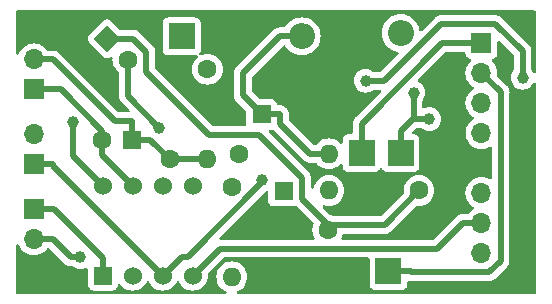
<source format=gbl>
G04 #@! TF.GenerationSoftware,KiCad,Pcbnew,7.0.10-7.0.10~ubuntu20.04.1*
G04 #@! TF.CreationDate,2024-06-13T14:37:24-03:00*
G04 #@! TF.ProjectId,Condicionamento_compacto_V01a,436f6e64-6963-4696-9f6e-616d656e746f,rev?*
G04 #@! TF.SameCoordinates,Original*
G04 #@! TF.FileFunction,Copper,L2,Bot*
G04 #@! TF.FilePolarity,Positive*
%FSLAX46Y46*%
G04 Gerber Fmt 4.6, Leading zero omitted, Abs format (unit mm)*
G04 Created by KiCad (PCBNEW 7.0.10-7.0.10~ubuntu20.04.1) date 2024-06-13 14:37:24*
%MOMM*%
%LPD*%
G01*
G04 APERTURE LIST*
G04 Aperture macros list*
%AMRotRect*
0 Rectangle, with rotation*
0 The origin of the aperture is its center*
0 $1 length*
0 $2 width*
0 $3 Rotation angle, in degrees counterclockwise*
0 Add horizontal line*
21,1,$1,$2,0,0,$3*%
G04 Aperture macros list end*
G04 #@! TA.AperFunction,ComponentPad*
%ADD10R,1.700000X1.700000*%
G04 #@! TD*
G04 #@! TA.AperFunction,ComponentPad*
%ADD11O,1.700000X1.700000*%
G04 #@! TD*
G04 #@! TA.AperFunction,ComponentPad*
%ADD12R,1.600000X1.600000*%
G04 #@! TD*
G04 #@! TA.AperFunction,ComponentPad*
%ADD13C,1.600000*%
G04 #@! TD*
G04 #@! TA.AperFunction,ComponentPad*
%ADD14O,1.600000X1.600000*%
G04 #@! TD*
G04 #@! TA.AperFunction,ComponentPad*
%ADD15R,1.524000X1.524000*%
G04 #@! TD*
G04 #@! TA.AperFunction,ComponentPad*
%ADD16C,1.524000*%
G04 #@! TD*
G04 #@! TA.AperFunction,ComponentPad*
%ADD17R,2.200000X2.200000*%
G04 #@! TD*
G04 #@! TA.AperFunction,ComponentPad*
%ADD18O,2.200000X2.200000*%
G04 #@! TD*
G04 #@! TA.AperFunction,ComponentPad*
%ADD19RotRect,1.600000X1.600000X315.000000*%
G04 #@! TD*
G04 #@! TA.AperFunction,ViaPad*
%ADD20C,1.000000*%
G04 #@! TD*
G04 #@! TA.AperFunction,Conductor*
%ADD21C,0.500000*%
G04 #@! TD*
G04 APERTURE END LIST*
D10*
X124100000Y-98625000D03*
D11*
X124100000Y-96085000D03*
D12*
X132400000Y-96550000D03*
D13*
X129900000Y-96550000D03*
X135600000Y-98200000D03*
D14*
X135600000Y-90580000D03*
D10*
X124100000Y-102450000D03*
D11*
X124100000Y-104990000D03*
X124100000Y-107530000D03*
D13*
X156710000Y-100850000D03*
D14*
X149090000Y-100850000D03*
D10*
X124105000Y-92300000D03*
D11*
X124105000Y-89760000D03*
X124105000Y-87220000D03*
D15*
X129945100Y-108060000D03*
D16*
X132485100Y-108060000D03*
X135025100Y-108060000D03*
X137565100Y-108060000D03*
X137565100Y-100440000D03*
X135025100Y-100440000D03*
X132485100Y-100440000D03*
X129945100Y-100440000D03*
D17*
X154130000Y-107650000D03*
D18*
X143970000Y-107650000D03*
D12*
X143400000Y-94400000D03*
D13*
X143400000Y-91900000D03*
D17*
X151850000Y-97680000D03*
D18*
X151850000Y-87520000D03*
D12*
X145250000Y-100900000D03*
D13*
X145250000Y-103400000D03*
D17*
X136620000Y-87800000D03*
D18*
X146780000Y-87800000D03*
D13*
X140855100Y-100540000D03*
D14*
X140855100Y-108160000D03*
D13*
X141450000Y-97750000D03*
D14*
X149070000Y-97750000D03*
D13*
X138800000Y-90590000D03*
D14*
X138800000Y-98210000D03*
D10*
X162000000Y-88360000D03*
D11*
X162000000Y-90900000D03*
X162000000Y-93440000D03*
X162000000Y-95980000D03*
X162000000Y-98520000D03*
X162000000Y-101060000D03*
X162000000Y-103600000D03*
X162000000Y-106140000D03*
D19*
X130300000Y-88000000D03*
D13*
X132067767Y-89767767D03*
D17*
X155150000Y-97680000D03*
D18*
X155150000Y-87520000D03*
D13*
X148990000Y-104200000D03*
D14*
X156610000Y-104200000D03*
D20*
X157680500Y-91248700D03*
X128044600Y-106513500D03*
X134741600Y-95525700D03*
X156249200Y-92562600D03*
X157571800Y-94806800D03*
X143447900Y-99928100D03*
X127406000Y-95072600D03*
X152207600Y-91562200D03*
X165481300Y-91300000D03*
D21*
X163622600Y-92522600D02*
X162000000Y-90900000D01*
X156081400Y-107749500D02*
X162678000Y-107749500D01*
X162678000Y-107749500D02*
X163622600Y-106804900D01*
X155981900Y-107650000D02*
X156081400Y-107749500D01*
X163622600Y-106804900D02*
X163622600Y-92522600D01*
X154130000Y-107650000D02*
X155981900Y-107650000D01*
X145294200Y-85948100D02*
X140351900Y-90890400D01*
X135600000Y-90580000D02*
X137151900Y-90580000D01*
X149413800Y-87785100D02*
X145298900Y-91900000D01*
X156610000Y-104200000D02*
X156610000Y-102648100D01*
X137151900Y-91142600D02*
X137151900Y-90580000D01*
X139436600Y-92179600D02*
X138188900Y-92179600D01*
X140351900Y-91264300D02*
X139436600Y-92179600D01*
X149678900Y-87520000D02*
X149413800Y-87785100D01*
X138188900Y-92179600D02*
X137151900Y-91142600D01*
X147576800Y-85948100D02*
X145294200Y-85948100D01*
X149413800Y-87785100D02*
X147576800Y-85948100D01*
X145298900Y-91900000D02*
X143400000Y-91900000D01*
X150924100Y-87520000D02*
X149678900Y-87520000D01*
X162000000Y-98520000D02*
X160398100Y-98520000D01*
X140351900Y-90890400D02*
X140351900Y-91264300D01*
X157172600Y-102648100D02*
X160398100Y-99422600D01*
X160398100Y-99422600D02*
X160398100Y-98520000D01*
X151850000Y-87520000D02*
X150924100Y-87520000D01*
X160398100Y-98520000D02*
X160398100Y-93966300D01*
X160398100Y-93966300D02*
X157680500Y-91248700D01*
X156610000Y-102648100D02*
X157172600Y-102648100D01*
X146816300Y-101585100D02*
X146816300Y-99785600D01*
X133635900Y-90849500D02*
X133635900Y-89122600D01*
X146816300Y-99785600D02*
X143165500Y-96134800D01*
X143165500Y-96134800D02*
X138921200Y-96134800D01*
X148990000Y-103758800D02*
X153801200Y-103758800D01*
X124100000Y-104990000D02*
X125701900Y-104990000D01*
X125701900Y-104990000D02*
X127225400Y-106513500D01*
X127225400Y-106513500D02*
X128044600Y-106513500D01*
X148990000Y-103758800D02*
X146816300Y-101585100D01*
X153801200Y-103758800D02*
X156710000Y-100850000D01*
X138921200Y-96134800D02*
X133635900Y-90849500D01*
X132513300Y-88000000D02*
X130300000Y-88000000D01*
X133635900Y-89122600D02*
X132513300Y-88000000D01*
X148990000Y-104200000D02*
X148990000Y-103758800D01*
X124100000Y-102450000D02*
X125849000Y-102450000D01*
X132067800Y-89767800D02*
X132067800Y-92851900D01*
X125849000Y-102450000D02*
X129945100Y-106546100D01*
X132067800Y-92851900D02*
X134741600Y-95525700D01*
X129945100Y-108060000D02*
X129945100Y-106546100D01*
X130945000Y-94998100D02*
X132400000Y-94998100D01*
X133951900Y-96551900D02*
X133951900Y-96550000D01*
X132400000Y-96550000D02*
X132400000Y-94998100D01*
X137248100Y-98210000D02*
X137238100Y-98200000D01*
X135600000Y-98200000D02*
X133951900Y-96551900D01*
X124105000Y-89760000D02*
X125706900Y-89760000D01*
X137238100Y-98200000D02*
X135600000Y-98200000D01*
X125706900Y-89760000D02*
X130945000Y-94998100D01*
X138800000Y-98210000D02*
X137248100Y-98210000D01*
X132400000Y-96550000D02*
X133951900Y-96550000D01*
X129900000Y-95795800D02*
X129900000Y-96550000D01*
X124105000Y-92300000D02*
X125706900Y-92300000D01*
X125706900Y-92300000D02*
X126404200Y-92300000D01*
X132485100Y-100440000D02*
X129900000Y-97854900D01*
X129900000Y-97854900D02*
X129900000Y-96550000D01*
X126404200Y-92300000D02*
X129900000Y-95795800D01*
X141799100Y-90929000D02*
X144928100Y-87800000D01*
X144951900Y-95183800D02*
X144951900Y-94400000D01*
X143400000Y-94400000D02*
X144951900Y-94400000D01*
X143400000Y-94400000D02*
X141799100Y-92799100D01*
X151850000Y-95191300D02*
X151850000Y-97680000D01*
X149070000Y-97750000D02*
X147518100Y-97750000D01*
X162000000Y-88360000D02*
X160398100Y-88360000D01*
X141799100Y-92799100D02*
X141799100Y-90929000D01*
X160398100Y-88360000D02*
X158681300Y-88360000D01*
X158681300Y-88360000D02*
X151850000Y-95191300D01*
X147518100Y-97750000D02*
X144951900Y-95183800D01*
X146780000Y-87800000D02*
X144928100Y-87800000D01*
X156171300Y-94806800D02*
X156249200Y-94806800D01*
X156249200Y-94806800D02*
X157571800Y-94806800D01*
X155150000Y-97680000D02*
X155150000Y-95828100D01*
X156249200Y-94806800D02*
X156249200Y-92562600D01*
X155150000Y-95828100D02*
X156171300Y-94806800D01*
X125701900Y-98736800D02*
X125701900Y-98625000D01*
X124100000Y-98625000D02*
X125701900Y-98625000D01*
X135025100Y-108060000D02*
X125701900Y-98736800D01*
X143447900Y-100146600D02*
X143447900Y-99928100D01*
X135025100Y-108060000D02*
X136616900Y-106468200D01*
X137126300Y-106468200D02*
X143447900Y-100146600D01*
X136616900Y-106468200D02*
X137126300Y-106468200D01*
X139854800Y-105770300D02*
X137565100Y-108060000D01*
X160398100Y-103600000D02*
X158227800Y-105770300D01*
X162000000Y-103600000D02*
X160398100Y-103600000D01*
X158227800Y-105770300D02*
X139854800Y-105770300D01*
X153782100Y-91562200D02*
X152207600Y-91562200D01*
X158586200Y-86758100D02*
X153782100Y-91562200D01*
X165481300Y-91300000D02*
X165481300Y-89070600D01*
X165481300Y-89070600D02*
X163168800Y-86758100D01*
X127406000Y-97900900D02*
X129945100Y-100440000D01*
X127406000Y-95072600D02*
X127406000Y-97900900D01*
X163168800Y-86758100D02*
X158586200Y-86758100D01*
G04 #@! TA.AperFunction,Conductor*
G36*
X163555702Y-88206816D02*
G01*
X163562180Y-88212848D01*
X164694481Y-89345149D01*
X164727966Y-89406472D01*
X164730800Y-89432830D01*
X164730800Y-90593021D01*
X164711115Y-90660060D01*
X164702653Y-90671686D01*
X164645391Y-90741460D01*
X164645386Y-90741467D01*
X164552488Y-90915266D01*
X164495275Y-91103870D01*
X164475959Y-91300000D01*
X164495275Y-91496129D01*
X164552488Y-91684733D01*
X164645386Y-91858532D01*
X164645390Y-91858539D01*
X164770416Y-92010883D01*
X164922760Y-92135909D01*
X164922767Y-92135913D01*
X165096566Y-92228811D01*
X165096569Y-92228811D01*
X165096573Y-92228814D01*
X165285168Y-92286024D01*
X165481300Y-92305341D01*
X165677432Y-92286024D01*
X165866027Y-92228814D01*
X166039838Y-92135910D01*
X166192183Y-92010883D01*
X166317210Y-91858538D01*
X166339553Y-91816738D01*
X166366142Y-91766994D01*
X166415104Y-91717150D01*
X166483242Y-91701689D01*
X166548921Y-91725521D01*
X166591290Y-91781078D01*
X166599500Y-91825447D01*
X166599500Y-109475500D01*
X166579815Y-109542539D01*
X166527011Y-109588294D01*
X166475500Y-109599500D01*
X141404656Y-109599500D01*
X141337617Y-109579815D01*
X141291862Y-109527011D01*
X141281918Y-109457853D01*
X141310943Y-109394297D01*
X141352251Y-109363118D01*
X141507834Y-109290568D01*
X141694239Y-109160047D01*
X141855147Y-108999139D01*
X141985668Y-108812734D01*
X142081839Y-108606496D01*
X142140735Y-108386692D01*
X142160568Y-108160000D01*
X142140735Y-107933308D01*
X142081839Y-107713504D01*
X141985668Y-107507266D01*
X141855147Y-107320861D01*
X141855145Y-107320858D01*
X141694241Y-107159954D01*
X141507834Y-107029432D01*
X141507832Y-107029431D01*
X141301597Y-106933261D01*
X141301588Y-106933258D01*
X141081797Y-106874366D01*
X141081793Y-106874365D01*
X141081792Y-106874365D01*
X141081791Y-106874364D01*
X141081786Y-106874364D01*
X140855102Y-106854532D01*
X140855098Y-106854532D01*
X140628413Y-106874364D01*
X140628402Y-106874366D01*
X140408611Y-106933258D01*
X140408602Y-106933261D01*
X140202367Y-107029431D01*
X140202365Y-107029432D01*
X140015958Y-107159954D01*
X139855054Y-107320858D01*
X139724532Y-107507265D01*
X139724531Y-107507267D01*
X139628361Y-107713502D01*
X139628358Y-107713511D01*
X139569466Y-107933302D01*
X139569464Y-107933313D01*
X139549632Y-108159998D01*
X139549632Y-108160001D01*
X139569464Y-108386686D01*
X139569466Y-108386697D01*
X139628358Y-108606488D01*
X139628361Y-108606497D01*
X139724531Y-108812732D01*
X139724532Y-108812734D01*
X139855054Y-108999141D01*
X140015958Y-109160045D01*
X140015961Y-109160047D01*
X140202366Y-109290568D01*
X140281187Y-109327323D01*
X140357949Y-109363118D01*
X140410388Y-109409291D01*
X140429540Y-109476484D01*
X140409324Y-109543365D01*
X140356159Y-109588700D01*
X140305544Y-109599500D01*
X122724500Y-109599500D01*
X122657461Y-109579815D01*
X122611706Y-109527011D01*
X122600500Y-109475500D01*
X122600500Y-105529196D01*
X122620185Y-105462157D01*
X122672989Y-105416402D01*
X122742147Y-105406458D01*
X122805703Y-105435483D01*
X122836882Y-105476791D01*
X122925965Y-105667830D01*
X122925967Y-105667834D01*
X123010937Y-105789183D01*
X123061505Y-105861401D01*
X123228599Y-106028495D01*
X123298510Y-106077447D01*
X123422165Y-106164032D01*
X123422167Y-106164033D01*
X123422170Y-106164035D01*
X123636337Y-106263903D01*
X123864592Y-106325063D01*
X124052918Y-106341539D01*
X124099999Y-106345659D01*
X124100000Y-106345659D01*
X124100001Y-106345659D01*
X124139234Y-106342226D01*
X124335408Y-106325063D01*
X124563663Y-106263903D01*
X124777830Y-106164035D01*
X124971401Y-106028495D01*
X125138495Y-105861401D01*
X125186127Y-105793376D01*
X125240704Y-105749751D01*
X125287701Y-105740500D01*
X125339670Y-105740500D01*
X125406709Y-105760185D01*
X125427351Y-105776819D01*
X126649667Y-106999134D01*
X126661448Y-107012766D01*
X126675790Y-107032030D01*
X126713743Y-107063876D01*
X126721719Y-107071186D01*
X126725619Y-107075087D01*
X126749944Y-107094321D01*
X126752740Y-107096599D01*
X126780462Y-107119860D01*
X126810186Y-107144802D01*
X126810194Y-107144806D01*
X126816224Y-107148773D01*
X126816190Y-107148823D01*
X126822537Y-107152866D01*
X126822569Y-107152816D01*
X126828721Y-107156610D01*
X126896694Y-107188306D01*
X126899910Y-107189862D01*
X126966967Y-107223540D01*
X126966976Y-107223542D01*
X126973755Y-107226010D01*
X126973734Y-107226067D01*
X126980851Y-107228540D01*
X126980870Y-107228484D01*
X126987724Y-107230755D01*
X126987725Y-107230755D01*
X126987727Y-107230756D01*
X127061248Y-107245936D01*
X127064609Y-107246681D01*
X127137679Y-107264000D01*
X127137685Y-107264000D01*
X127144852Y-107264838D01*
X127144845Y-107264897D01*
X127152346Y-107265663D01*
X127152352Y-107265604D01*
X127159541Y-107266233D01*
X127159543Y-107266232D01*
X127159544Y-107266233D01*
X127234511Y-107264052D01*
X127238117Y-107264000D01*
X127337622Y-107264000D01*
X127404661Y-107283685D01*
X127416287Y-107292147D01*
X127486060Y-107349409D01*
X127486067Y-107349413D01*
X127659866Y-107442311D01*
X127659869Y-107442311D01*
X127659873Y-107442314D01*
X127848468Y-107499524D01*
X128044600Y-107518841D01*
X128240732Y-107499524D01*
X128429327Y-107442314D01*
X128500147Y-107404459D01*
X128568549Y-107390218D01*
X128633793Y-107415218D01*
X128675164Y-107471522D01*
X128682600Y-107513818D01*
X128682600Y-108869870D01*
X128682601Y-108869876D01*
X128689008Y-108929483D01*
X128739302Y-109064328D01*
X128739306Y-109064335D01*
X128825552Y-109179544D01*
X128825555Y-109179547D01*
X128940764Y-109265793D01*
X128940771Y-109265797D01*
X129075617Y-109316091D01*
X129075616Y-109316091D01*
X129082544Y-109316835D01*
X129135227Y-109322500D01*
X130754972Y-109322499D01*
X130814583Y-109316091D01*
X130949431Y-109265796D01*
X131064646Y-109179546D01*
X131150896Y-109064331D01*
X131201191Y-108929483D01*
X131207600Y-108869873D01*
X131207599Y-108829920D01*
X131227282Y-108762884D01*
X131280085Y-108717128D01*
X131349243Y-108707183D01*
X131412800Y-108736206D01*
X131433173Y-108758796D01*
X131514274Y-108874620D01*
X131514275Y-108874621D01*
X131670478Y-109030824D01*
X131670484Y-109030829D01*
X131851433Y-109157531D01*
X131851435Y-109157532D01*
X131851438Y-109157534D01*
X132051650Y-109250894D01*
X132265032Y-109308070D01*
X132422223Y-109321822D01*
X132485098Y-109327323D01*
X132485100Y-109327323D01*
X132485102Y-109327323D01*
X132540251Y-109322498D01*
X132705168Y-109308070D01*
X132918550Y-109250894D01*
X133118762Y-109157534D01*
X133299720Y-109030826D01*
X133455926Y-108874620D01*
X133582634Y-108693662D01*
X133642718Y-108564811D01*
X133688890Y-108512371D01*
X133756083Y-108493219D01*
X133822965Y-108513435D01*
X133867482Y-108564811D01*
X133927564Y-108693658D01*
X133927568Y-108693666D01*
X134054270Y-108874615D01*
X134054275Y-108874621D01*
X134210478Y-109030824D01*
X134210484Y-109030829D01*
X134391433Y-109157531D01*
X134391435Y-109157532D01*
X134391438Y-109157534D01*
X134591650Y-109250894D01*
X134805032Y-109308070D01*
X134962223Y-109321822D01*
X135025098Y-109327323D01*
X135025100Y-109327323D01*
X135025102Y-109327323D01*
X135080251Y-109322498D01*
X135245168Y-109308070D01*
X135458550Y-109250894D01*
X135658762Y-109157534D01*
X135839720Y-109030826D01*
X135995926Y-108874620D01*
X136122634Y-108693662D01*
X136182718Y-108564811D01*
X136228890Y-108512371D01*
X136296083Y-108493219D01*
X136362965Y-108513435D01*
X136407482Y-108564811D01*
X136467564Y-108693658D01*
X136467568Y-108693666D01*
X136594270Y-108874615D01*
X136594275Y-108874621D01*
X136750478Y-109030824D01*
X136750484Y-109030829D01*
X136931433Y-109157531D01*
X136931435Y-109157532D01*
X136931438Y-109157534D01*
X137131650Y-109250894D01*
X137345032Y-109308070D01*
X137502223Y-109321822D01*
X137565098Y-109327323D01*
X137565100Y-109327323D01*
X137565102Y-109327323D01*
X137620251Y-109322498D01*
X137785168Y-109308070D01*
X137998550Y-109250894D01*
X138198762Y-109157534D01*
X138379720Y-109030826D01*
X138535926Y-108874620D01*
X138662634Y-108693662D01*
X138755994Y-108493450D01*
X138813170Y-108280068D01*
X138832423Y-108060000D01*
X138820893Y-107928213D01*
X138834659Y-107859715D01*
X138856737Y-107829729D01*
X140129349Y-106557119D01*
X140190672Y-106523634D01*
X140217030Y-106520800D01*
X152405500Y-106520800D01*
X152472539Y-106540485D01*
X152518294Y-106593289D01*
X152529500Y-106644800D01*
X152529500Y-108797870D01*
X152529501Y-108797876D01*
X152535908Y-108857483D01*
X152586202Y-108992328D01*
X152586206Y-108992335D01*
X152672452Y-109107544D01*
X152672455Y-109107547D01*
X152787664Y-109193793D01*
X152787671Y-109193797D01*
X152922517Y-109244091D01*
X152922516Y-109244091D01*
X152929444Y-109244835D01*
X152982127Y-109250500D01*
X155277872Y-109250499D01*
X155337483Y-109244091D01*
X155472331Y-109193796D01*
X155587546Y-109107546D01*
X155673796Y-108992331D01*
X155724091Y-108857483D01*
X155730500Y-108797873D01*
X155730499Y-108595594D01*
X155750183Y-108528556D01*
X155802987Y-108482801D01*
X155872145Y-108472857D01*
X155879536Y-108474149D01*
X155917262Y-108481939D01*
X155920609Y-108482681D01*
X155993679Y-108500000D01*
X155993685Y-108500000D01*
X156000852Y-108500838D01*
X156000845Y-108500897D01*
X156008346Y-108501663D01*
X156008352Y-108501604D01*
X156015541Y-108502233D01*
X156015543Y-108502232D01*
X156015544Y-108502233D01*
X156090511Y-108500052D01*
X156094117Y-108500000D01*
X162614295Y-108500000D01*
X162632265Y-108501309D01*
X162656023Y-108504789D01*
X162705369Y-108500471D01*
X162716176Y-108500000D01*
X162721704Y-108500000D01*
X162721709Y-108500000D01*
X162752556Y-108496393D01*
X162756030Y-108496039D01*
X162830797Y-108489499D01*
X162830805Y-108489496D01*
X162837866Y-108488039D01*
X162837878Y-108488098D01*
X162845243Y-108486465D01*
X162845229Y-108486406D01*
X162852249Y-108484741D01*
X162852255Y-108484741D01*
X162922779Y-108459072D01*
X162926117Y-108457912D01*
X162997334Y-108434314D01*
X162997342Y-108434308D01*
X163003882Y-108431260D01*
X163003908Y-108431316D01*
X163010690Y-108428032D01*
X163010663Y-108427978D01*
X163017113Y-108424738D01*
X163017117Y-108424737D01*
X163079837Y-108383484D01*
X163082732Y-108381640D01*
X163146656Y-108342212D01*
X163146662Y-108342205D01*
X163152325Y-108337729D01*
X163152362Y-108337777D01*
X163158204Y-108333018D01*
X163158164Y-108332971D01*
X163163686Y-108328335D01*
X163163696Y-108328330D01*
X163215187Y-108273751D01*
X163217632Y-108271234D01*
X164108242Y-107380624D01*
X164121857Y-107368858D01*
X164141130Y-107354510D01*
X164172983Y-107316548D01*
X164180271Y-107308594D01*
X164184190Y-107304677D01*
X164200384Y-107284196D01*
X164203411Y-107280367D01*
X164205694Y-107277564D01*
X164215681Y-107265663D01*
X164253902Y-107220114D01*
X164253903Y-107220111D01*
X164257872Y-107214079D01*
X164257923Y-107214112D01*
X164261969Y-107207760D01*
X164261917Y-107207728D01*
X164265705Y-107201583D01*
X164265711Y-107201577D01*
X164297429Y-107133555D01*
X164298969Y-107130376D01*
X164332640Y-107063333D01*
X164332643Y-107063317D01*
X164335110Y-107056544D01*
X164335168Y-107056565D01*
X164337643Y-107049446D01*
X164337585Y-107049427D01*
X164339855Y-107042577D01*
X164346010Y-107012766D01*
X164355031Y-106969071D01*
X164355786Y-106965667D01*
X164373100Y-106892621D01*
X164373100Y-106892619D01*
X164373101Y-106892615D01*
X164373939Y-106885448D01*
X164373997Y-106885454D01*
X164374764Y-106877956D01*
X164374704Y-106877951D01*
X164375333Y-106870760D01*
X164374851Y-106854206D01*
X164373152Y-106795789D01*
X164373100Y-106792183D01*
X164373100Y-92586305D01*
X164374409Y-92568335D01*
X164375249Y-92562600D01*
X164377889Y-92544577D01*
X164375555Y-92517903D01*
X164373572Y-92495230D01*
X164373100Y-92484422D01*
X164373100Y-92478896D01*
X164373100Y-92478891D01*
X164369501Y-92448109D01*
X164369136Y-92444529D01*
X164362599Y-92369801D01*
X164361139Y-92362729D01*
X164361197Y-92362716D01*
X164359565Y-92355357D01*
X164359506Y-92355372D01*
X164357841Y-92348351D01*
X164357841Y-92348345D01*
X164332169Y-92277812D01*
X164331021Y-92274509D01*
X164307414Y-92203266D01*
X164307410Y-92203259D01*
X164304360Y-92196718D01*
X164304415Y-92196691D01*
X164301133Y-92189913D01*
X164301080Y-92189940D01*
X164297835Y-92183480D01*
X164256625Y-92120823D01*
X164254686Y-92117781D01*
X164215312Y-92053945D01*
X164215311Y-92053944D01*
X164215310Y-92053942D01*
X164210834Y-92048282D01*
X164210881Y-92048244D01*
X164206119Y-92042399D01*
X164206074Y-92042438D01*
X164201431Y-92036905D01*
X164146873Y-91985432D01*
X164144286Y-91982919D01*
X163372869Y-91211502D01*
X163339384Y-91150179D01*
X163337022Y-91113013D01*
X163338518Y-91095923D01*
X163355659Y-90900000D01*
X163352882Y-90868265D01*
X163348192Y-90814649D01*
X163335063Y-90664592D01*
X163273903Y-90436337D01*
X163174035Y-90222171D01*
X163168498Y-90214264D01*
X163038496Y-90028600D01*
X163004349Y-89994453D01*
X162916567Y-89906671D01*
X162883084Y-89845351D01*
X162888068Y-89775659D01*
X162929939Y-89719725D01*
X162960915Y-89702810D01*
X163092331Y-89653796D01*
X163207546Y-89567546D01*
X163293796Y-89452331D01*
X163344091Y-89317483D01*
X163350500Y-89257873D01*
X163350499Y-88300528D01*
X163370183Y-88233490D01*
X163422987Y-88187735D01*
X163492146Y-88177791D01*
X163555702Y-88206816D01*
G37*
G04 #@! TD.AperFunction*
G04 #@! TA.AperFunction,Conductor*
G36*
X143868834Y-100889545D02*
G01*
X143924767Y-100931417D01*
X143949184Y-100996881D01*
X143949500Y-101005727D01*
X143949500Y-101747870D01*
X143949501Y-101747876D01*
X143955908Y-101807483D01*
X144006202Y-101942328D01*
X144006206Y-101942335D01*
X144092452Y-102057544D01*
X144092455Y-102057547D01*
X144207664Y-102143793D01*
X144207671Y-102143797D01*
X144342517Y-102194091D01*
X144342516Y-102194091D01*
X144349444Y-102194835D01*
X144402127Y-102200500D01*
X146097872Y-102200499D01*
X146157483Y-102194091D01*
X146233177Y-102165858D01*
X146302867Y-102160874D01*
X146364188Y-102194356D01*
X146364191Y-102194359D01*
X147752772Y-103582940D01*
X147786257Y-103644263D01*
X147781273Y-103713955D01*
X147777478Y-103723014D01*
X147764936Y-103749911D01*
X147763260Y-103753506D01*
X147763258Y-103753511D01*
X147704366Y-103973302D01*
X147704364Y-103973313D01*
X147684532Y-104199998D01*
X147684532Y-104200001D01*
X147704364Y-104426686D01*
X147704366Y-104426697D01*
X147763258Y-104646488D01*
X147763260Y-104646492D01*
X147763261Y-104646496D01*
X147820118Y-104768425D01*
X147855077Y-104843395D01*
X147865569Y-104912473D01*
X147837049Y-104976257D01*
X147778573Y-105014496D01*
X147742695Y-105019800D01*
X139935429Y-105019800D01*
X139868390Y-105000115D01*
X139822635Y-104947311D01*
X139812691Y-104878153D01*
X139841716Y-104814597D01*
X139847748Y-104808119D01*
X140790208Y-103865659D01*
X143737821Y-100918044D01*
X143799142Y-100884561D01*
X143868834Y-100889545D01*
G37*
G04 #@! TD.AperFunction*
G04 #@! TA.AperFunction,Conductor*
G36*
X160592540Y-89130185D02*
G01*
X160638295Y-89182989D01*
X160649501Y-89234500D01*
X160649501Y-89257876D01*
X160655908Y-89317483D01*
X160706202Y-89452328D01*
X160706206Y-89452335D01*
X160792452Y-89567544D01*
X160792455Y-89567547D01*
X160907664Y-89653793D01*
X160907671Y-89653797D01*
X161039081Y-89702810D01*
X161095015Y-89744681D01*
X161119432Y-89810145D01*
X161104580Y-89878418D01*
X161083430Y-89906673D01*
X160961503Y-90028600D01*
X160825965Y-90222169D01*
X160825964Y-90222171D01*
X160726098Y-90436335D01*
X160726094Y-90436344D01*
X160664938Y-90664586D01*
X160664936Y-90664596D01*
X160644341Y-90899999D01*
X160644341Y-90900000D01*
X160664936Y-91135403D01*
X160664938Y-91135413D01*
X160726094Y-91363655D01*
X160726096Y-91363659D01*
X160726097Y-91363663D01*
X160818677Y-91562200D01*
X160825965Y-91577830D01*
X160825967Y-91577834D01*
X160961501Y-91771395D01*
X160961506Y-91771402D01*
X161128597Y-91938493D01*
X161128603Y-91938498D01*
X161314158Y-92068425D01*
X161357783Y-92123002D01*
X161364977Y-92192500D01*
X161333454Y-92254855D01*
X161314158Y-92271575D01*
X161128597Y-92401505D01*
X160961505Y-92568597D01*
X160825965Y-92762169D01*
X160825964Y-92762171D01*
X160726098Y-92976335D01*
X160726094Y-92976344D01*
X160664938Y-93204586D01*
X160664936Y-93204596D01*
X160644341Y-93439999D01*
X160644341Y-93440000D01*
X160664936Y-93675403D01*
X160664938Y-93675413D01*
X160726094Y-93903655D01*
X160726096Y-93903659D01*
X160726097Y-93903663D01*
X160757444Y-93970886D01*
X160825965Y-94117830D01*
X160825967Y-94117834D01*
X160961501Y-94311395D01*
X160961506Y-94311402D01*
X161128597Y-94478493D01*
X161128603Y-94478498D01*
X161314158Y-94608425D01*
X161357783Y-94663002D01*
X161364977Y-94732500D01*
X161333454Y-94794855D01*
X161314158Y-94811575D01*
X161128597Y-94941505D01*
X160961505Y-95108597D01*
X160825965Y-95302169D01*
X160825964Y-95302171D01*
X160726098Y-95516335D01*
X160726094Y-95516344D01*
X160664938Y-95744586D01*
X160664936Y-95744596D01*
X160644341Y-95979999D01*
X160644341Y-95980000D01*
X160664936Y-96215403D01*
X160664938Y-96215413D01*
X160726094Y-96443655D01*
X160726096Y-96443659D01*
X160726097Y-96443663D01*
X160820468Y-96646042D01*
X160825965Y-96657830D01*
X160825967Y-96657834D01*
X160910047Y-96777911D01*
X160961505Y-96851401D01*
X161128599Y-97018495D01*
X161215625Y-97079431D01*
X161322165Y-97154032D01*
X161322167Y-97154033D01*
X161322170Y-97154035D01*
X161536337Y-97253903D01*
X161536343Y-97253904D01*
X161536344Y-97253905D01*
X161555490Y-97259035D01*
X161764592Y-97315063D01*
X161949057Y-97331202D01*
X161999999Y-97335659D01*
X162000000Y-97335659D01*
X162000001Y-97335659D01*
X162050897Y-97331206D01*
X162235408Y-97315063D01*
X162463663Y-97253903D01*
X162677830Y-97154035D01*
X162677838Y-97154029D01*
X162682522Y-97151326D01*
X162683217Y-97152530D01*
X162743170Y-97132305D01*
X162810939Y-97149309D01*
X162858757Y-97200252D01*
X162872100Y-97256207D01*
X162872100Y-99783792D01*
X162852415Y-99850831D01*
X162799611Y-99896586D01*
X162730453Y-99906530D01*
X162683043Y-99887770D01*
X162682522Y-99888674D01*
X162677830Y-99885965D01*
X162600602Y-99849953D01*
X162463663Y-99786097D01*
X162463659Y-99786096D01*
X162463655Y-99786094D01*
X162235413Y-99724938D01*
X162235403Y-99724936D01*
X162000001Y-99704341D01*
X161999999Y-99704341D01*
X161764596Y-99724936D01*
X161764586Y-99724938D01*
X161536344Y-99786094D01*
X161536335Y-99786098D01*
X161322171Y-99885964D01*
X161322169Y-99885965D01*
X161128597Y-100021505D01*
X160961505Y-100188597D01*
X160825965Y-100382169D01*
X160825964Y-100382171D01*
X160726098Y-100596335D01*
X160726094Y-100596344D01*
X160664938Y-100824586D01*
X160664936Y-100824596D01*
X160644341Y-101059999D01*
X160644341Y-101060000D01*
X160664936Y-101295403D01*
X160664938Y-101295413D01*
X160726094Y-101523655D01*
X160726096Y-101523659D01*
X160726097Y-101523663D01*
X160803260Y-101689139D01*
X160825965Y-101737830D01*
X160825967Y-101737834D01*
X160904539Y-101850045D01*
X160939261Y-101899634D01*
X160961501Y-101931395D01*
X160961506Y-101931402D01*
X161128597Y-102098493D01*
X161128603Y-102098498D01*
X161314158Y-102228425D01*
X161357783Y-102283002D01*
X161364977Y-102352500D01*
X161333454Y-102414855D01*
X161314158Y-102431575D01*
X161128597Y-102561505D01*
X160961506Y-102728596D01*
X160913874Y-102796623D01*
X160859297Y-102840248D01*
X160812299Y-102849500D01*
X160461805Y-102849500D01*
X160443835Y-102848191D01*
X160420072Y-102844710D01*
X160372943Y-102848834D01*
X160370730Y-102849028D01*
X160359924Y-102849500D01*
X160354384Y-102849500D01*
X160323601Y-102853098D01*
X160320016Y-102853464D01*
X160245299Y-102860001D01*
X160238232Y-102861460D01*
X160238220Y-102861404D01*
X160230863Y-102863035D01*
X160230877Y-102863092D01*
X160223840Y-102864760D01*
X160153331Y-102890421D01*
X160149954Y-102891595D01*
X160110948Y-102904521D01*
X160078768Y-102915185D01*
X160072226Y-102918236D01*
X160072201Y-102918183D01*
X160065408Y-102921471D01*
X160065434Y-102921523D01*
X160058980Y-102924764D01*
X159996321Y-102965975D01*
X159993281Y-102967912D01*
X159929448Y-103007285D01*
X159923783Y-103011765D01*
X159923747Y-103011719D01*
X159917898Y-103016484D01*
X159917935Y-103016528D01*
X159912410Y-103021164D01*
X159860931Y-103075727D01*
X159858419Y-103078312D01*
X157953251Y-104983481D01*
X157891928Y-105016966D01*
X157865570Y-105019800D01*
X150237305Y-105019800D01*
X150170266Y-105000115D01*
X150124511Y-104947311D01*
X150114567Y-104878153D01*
X150124923Y-104843395D01*
X150159882Y-104768425D01*
X150216739Y-104646496D01*
X150218884Y-104638493D01*
X150228874Y-104601208D01*
X150265238Y-104541547D01*
X150328085Y-104511017D01*
X150348649Y-104509300D01*
X153737495Y-104509300D01*
X153755465Y-104510609D01*
X153779223Y-104514089D01*
X153828569Y-104509771D01*
X153839376Y-104509300D01*
X153844904Y-104509300D01*
X153844909Y-104509300D01*
X153875756Y-104505693D01*
X153879230Y-104505339D01*
X153953997Y-104498799D01*
X153954005Y-104498796D01*
X153961066Y-104497339D01*
X153961078Y-104497398D01*
X153968443Y-104495765D01*
X153968429Y-104495706D01*
X153975449Y-104494041D01*
X153975455Y-104494041D01*
X154045979Y-104468372D01*
X154049317Y-104467212D01*
X154120534Y-104443614D01*
X154120542Y-104443608D01*
X154127082Y-104440560D01*
X154127108Y-104440616D01*
X154133890Y-104437332D01*
X154133863Y-104437278D01*
X154140313Y-104434038D01*
X154140317Y-104434037D01*
X154203037Y-104392784D01*
X154205932Y-104390940D01*
X154269856Y-104351512D01*
X154269862Y-104351505D01*
X154275525Y-104347029D01*
X154275562Y-104347077D01*
X154281404Y-104342318D01*
X154281364Y-104342271D01*
X154286886Y-104337635D01*
X154286896Y-104337630D01*
X154338385Y-104283053D01*
X154340832Y-104280534D01*
X156444652Y-102176714D01*
X156505973Y-102143231D01*
X156543135Y-102140869D01*
X156686366Y-102153400D01*
X156709999Y-102155468D01*
X156710000Y-102155468D01*
X156710002Y-102155468D01*
X156766673Y-102150509D01*
X156936692Y-102135635D01*
X157156496Y-102076739D01*
X157362734Y-101980568D01*
X157549139Y-101850047D01*
X157710047Y-101689139D01*
X157840568Y-101502734D01*
X157936739Y-101296496D01*
X157995635Y-101076692D01*
X158015468Y-100850000D01*
X158013245Y-100824596D01*
X157998851Y-100660068D01*
X157995635Y-100623308D01*
X157936739Y-100403504D01*
X157840568Y-100197266D01*
X157710047Y-100010861D01*
X157710045Y-100010858D01*
X157549141Y-99849954D01*
X157362734Y-99719432D01*
X157362732Y-99719431D01*
X157156497Y-99623261D01*
X157156488Y-99623258D01*
X156936697Y-99564366D01*
X156936693Y-99564365D01*
X156936692Y-99564365D01*
X156936691Y-99564364D01*
X156936686Y-99564364D01*
X156710002Y-99544532D01*
X156709998Y-99544532D01*
X156483313Y-99564364D01*
X156483302Y-99564366D01*
X156263511Y-99623258D01*
X156263502Y-99623261D01*
X156057267Y-99719431D01*
X156057265Y-99719432D01*
X155870858Y-99849954D01*
X155709954Y-100010858D01*
X155579432Y-100197265D01*
X155579431Y-100197267D01*
X155483261Y-100403502D01*
X155483258Y-100403511D01*
X155424366Y-100623302D01*
X155424364Y-100623313D01*
X155404532Y-100849998D01*
X155404532Y-100850003D01*
X155419129Y-101016861D01*
X155405362Y-101085360D01*
X155383282Y-101115348D01*
X153526651Y-102971981D01*
X153465328Y-103005466D01*
X153438970Y-103008300D01*
X149539127Y-103008300D01*
X149486722Y-102996682D01*
X149436496Y-102973261D01*
X149436492Y-102973260D01*
X149436488Y-102973258D01*
X149235454Y-102919392D01*
X149179866Y-102887298D01*
X148596174Y-102303606D01*
X148562689Y-102242283D01*
X148567673Y-102172591D01*
X148609545Y-102116658D01*
X148675009Y-102092241D01*
X148715946Y-102096149D01*
X148863308Y-102135635D01*
X149025230Y-102149801D01*
X149089998Y-102155468D01*
X149090000Y-102155468D01*
X149090002Y-102155468D01*
X149146673Y-102150509D01*
X149316692Y-102135635D01*
X149536496Y-102076739D01*
X149742734Y-101980568D01*
X149929139Y-101850047D01*
X150090047Y-101689139D01*
X150220568Y-101502734D01*
X150316739Y-101296496D01*
X150375635Y-101076692D01*
X150395468Y-100850000D01*
X150393245Y-100824596D01*
X150378851Y-100660068D01*
X150375635Y-100623308D01*
X150316739Y-100403504D01*
X150220568Y-100197266D01*
X150090047Y-100010861D01*
X150090045Y-100010858D01*
X149929141Y-99849954D01*
X149742734Y-99719432D01*
X149742732Y-99719431D01*
X149536497Y-99623261D01*
X149536488Y-99623258D01*
X149316697Y-99564366D01*
X149316693Y-99564365D01*
X149316692Y-99564365D01*
X149316691Y-99564364D01*
X149316686Y-99564364D01*
X149090002Y-99544532D01*
X149089998Y-99544532D01*
X148863313Y-99564364D01*
X148863302Y-99564366D01*
X148643511Y-99623258D01*
X148643502Y-99623261D01*
X148437267Y-99719431D01*
X148437265Y-99719432D01*
X148250858Y-99849954D01*
X148089954Y-100010858D01*
X147959432Y-100197265D01*
X147959431Y-100197267D01*
X147863261Y-100403502D01*
X147863258Y-100403511D01*
X147810575Y-100600131D01*
X147774210Y-100659792D01*
X147711363Y-100690321D01*
X147641988Y-100682026D01*
X147588110Y-100637541D01*
X147566835Y-100570989D01*
X147566800Y-100568038D01*
X147566800Y-99849305D01*
X147568109Y-99831335D01*
X147568429Y-99829147D01*
X147571589Y-99807577D01*
X147567272Y-99758230D01*
X147566800Y-99747422D01*
X147566800Y-99741896D01*
X147566800Y-99741891D01*
X147563201Y-99711109D01*
X147562836Y-99707529D01*
X147556299Y-99632801D01*
X147554839Y-99625729D01*
X147554897Y-99625716D01*
X147553265Y-99618357D01*
X147553206Y-99618372D01*
X147551541Y-99611351D01*
X147551541Y-99611345D01*
X147525869Y-99540812D01*
X147524721Y-99537509D01*
X147501114Y-99466266D01*
X147501110Y-99466259D01*
X147498060Y-99459718D01*
X147498115Y-99459691D01*
X147494833Y-99452913D01*
X147494780Y-99452940D01*
X147491535Y-99446480D01*
X147450325Y-99383823D01*
X147448386Y-99380781D01*
X147441465Y-99369560D01*
X147409012Y-99316945D01*
X147409011Y-99316944D01*
X147409010Y-99316942D01*
X147404534Y-99311282D01*
X147404581Y-99311244D01*
X147399819Y-99305399D01*
X147399774Y-99305438D01*
X147395131Y-99299905D01*
X147340572Y-99248431D01*
X147337985Y-99245918D01*
X144004248Y-95912180D01*
X143970763Y-95850857D01*
X143975747Y-95781165D01*
X144017619Y-95725232D01*
X144083083Y-95700815D01*
X144091929Y-95700499D01*
X144247871Y-95700499D01*
X144247872Y-95700499D01*
X144307483Y-95694091D01*
X144307485Y-95694090D01*
X144307487Y-95694090D01*
X144315031Y-95692308D01*
X144315788Y-95695512D01*
X144370482Y-95691596D01*
X144431808Y-95725076D01*
X146942370Y-98235638D01*
X146954151Y-98249270D01*
X146968488Y-98268528D01*
X147006437Y-98300372D01*
X147014410Y-98307679D01*
X147018317Y-98311586D01*
X147018323Y-98311591D01*
X147042637Y-98330816D01*
X147045418Y-98333080D01*
X147066900Y-98351106D01*
X147102889Y-98381305D01*
X147108918Y-98385270D01*
X147108885Y-98385319D01*
X147115247Y-98389372D01*
X147115279Y-98389321D01*
X147121419Y-98393108D01*
X147121423Y-98393111D01*
X147142060Y-98402734D01*
X147189420Y-98424819D01*
X147192666Y-98426391D01*
X147259662Y-98460038D01*
X147266457Y-98462511D01*
X147266436Y-98462567D01*
X147273557Y-98465043D01*
X147273576Y-98464986D01*
X147280419Y-98467253D01*
X147280427Y-98467257D01*
X147353995Y-98482447D01*
X147357328Y-98483186D01*
X147430379Y-98500500D01*
X147430381Y-98500500D01*
X147430385Y-98500501D01*
X147437553Y-98501339D01*
X147437546Y-98501398D01*
X147445044Y-98502164D01*
X147445050Y-98502105D01*
X147452239Y-98502734D01*
X147452243Y-98502733D01*
X147452244Y-98502734D01*
X147527230Y-98500552D01*
X147530837Y-98500500D01*
X147943337Y-98500500D01*
X148010376Y-98520185D01*
X148044912Y-98553377D01*
X148069954Y-98589141D01*
X148230858Y-98750045D01*
X148230861Y-98750047D01*
X148417266Y-98880568D01*
X148623504Y-98976739D01*
X148623509Y-98976740D01*
X148623511Y-98976741D01*
X148662911Y-98987298D01*
X148843308Y-99035635D01*
X148997682Y-99049141D01*
X149069998Y-99055468D01*
X149070000Y-99055468D01*
X149070002Y-99055468D01*
X149126673Y-99050509D01*
X149296692Y-99035635D01*
X149516496Y-98976739D01*
X149722734Y-98880568D01*
X149909139Y-98750047D01*
X150037820Y-98621365D01*
X150099141Y-98587882D01*
X150168833Y-98592866D01*
X150224767Y-98634737D01*
X150249184Y-98700201D01*
X150249500Y-98709047D01*
X150249500Y-98827869D01*
X150249501Y-98827876D01*
X150255908Y-98887483D01*
X150306202Y-99022328D01*
X150306206Y-99022335D01*
X150392452Y-99137544D01*
X150392455Y-99137547D01*
X150507664Y-99223793D01*
X150507671Y-99223797D01*
X150642517Y-99274091D01*
X150642516Y-99274091D01*
X150649444Y-99274835D01*
X150702127Y-99280500D01*
X152997872Y-99280499D01*
X153057483Y-99274091D01*
X153192331Y-99223796D01*
X153307546Y-99137546D01*
X153369736Y-99054471D01*
X153399112Y-99015231D01*
X153401382Y-99016930D01*
X153440565Y-98977743D01*
X153508837Y-98962886D01*
X153574303Y-98987298D01*
X153599443Y-99016311D01*
X153600888Y-99015231D01*
X153692452Y-99137544D01*
X153692455Y-99137547D01*
X153807664Y-99223793D01*
X153807671Y-99223797D01*
X153942517Y-99274091D01*
X153942516Y-99274091D01*
X153949444Y-99274835D01*
X154002127Y-99280500D01*
X156297872Y-99280499D01*
X156357483Y-99274091D01*
X156492331Y-99223796D01*
X156607546Y-99137546D01*
X156693796Y-99022331D01*
X156744091Y-98887483D01*
X156750500Y-98827873D01*
X156750499Y-96532128D01*
X156744091Y-96472517D01*
X156737376Y-96454514D01*
X156693797Y-96337671D01*
X156693793Y-96337664D01*
X156607547Y-96222455D01*
X156607544Y-96222452D01*
X156492335Y-96136206D01*
X156492328Y-96136202D01*
X156357482Y-96085908D01*
X156357483Y-96085908D01*
X156297883Y-96079501D01*
X156297881Y-96079500D01*
X156297873Y-96079500D01*
X156297865Y-96079500D01*
X156259329Y-96079500D01*
X156192290Y-96059815D01*
X156146535Y-96007011D01*
X156136591Y-95937853D01*
X156165616Y-95874297D01*
X156171648Y-95867819D01*
X156445848Y-95593619D01*
X156507171Y-95560134D01*
X156533529Y-95557300D01*
X156864822Y-95557300D01*
X156931861Y-95576985D01*
X156943487Y-95585447D01*
X157013260Y-95642709D01*
X157013267Y-95642713D01*
X157187066Y-95735611D01*
X157187069Y-95735611D01*
X157187073Y-95735614D01*
X157375668Y-95792824D01*
X157571800Y-95812141D01*
X157767932Y-95792824D01*
X157956527Y-95735614D01*
X157975951Y-95725232D01*
X158115489Y-95650647D01*
X158130338Y-95642710D01*
X158282683Y-95517683D01*
X158407710Y-95365338D01*
X158488817Y-95213597D01*
X158500611Y-95191533D01*
X158500611Y-95191532D01*
X158500614Y-95191527D01*
X158557824Y-95002932D01*
X158577141Y-94806800D01*
X158557824Y-94610668D01*
X158500614Y-94422073D01*
X158500611Y-94422069D01*
X158500611Y-94422066D01*
X158407713Y-94248267D01*
X158407709Y-94248260D01*
X158282683Y-94095916D01*
X158130339Y-93970890D01*
X158130332Y-93970886D01*
X157956533Y-93877988D01*
X157956527Y-93877986D01*
X157767932Y-93820776D01*
X157767929Y-93820775D01*
X157571800Y-93801459D01*
X157375670Y-93820775D01*
X157315186Y-93839123D01*
X157187073Y-93877986D01*
X157187070Y-93877987D01*
X157187068Y-93877988D01*
X157182152Y-93880616D01*
X157113749Y-93894857D01*
X157048505Y-93869856D01*
X157007136Y-93813550D01*
X156999700Y-93771257D01*
X156999700Y-93269576D01*
X157019385Y-93202537D01*
X157027832Y-93190929D01*
X157085110Y-93121138D01*
X157085115Y-93121129D01*
X157178011Y-92947333D01*
X157178011Y-92947332D01*
X157178014Y-92947327D01*
X157235224Y-92758732D01*
X157254541Y-92562600D01*
X157235224Y-92366468D01*
X157178014Y-92177873D01*
X157178011Y-92177869D01*
X157178011Y-92177866D01*
X157085113Y-92004067D01*
X157085109Y-92004060D01*
X156960083Y-91851716D01*
X156807739Y-91726690D01*
X156807732Y-91726686D01*
X156673823Y-91655110D01*
X156623979Y-91606148D01*
X156608518Y-91538010D01*
X156632350Y-91472330D01*
X156644588Y-91458078D01*
X158955848Y-89146819D01*
X159017171Y-89113334D01*
X159043529Y-89110500D01*
X160310379Y-89110500D01*
X160525501Y-89110500D01*
X160592540Y-89130185D01*
G37*
G04 #@! TD.AperFunction*
G04 #@! TA.AperFunction,Conductor*
G36*
X166542539Y-85620185D02*
G01*
X166588294Y-85672989D01*
X166599500Y-85724500D01*
X166599500Y-90774552D01*
X166579815Y-90841591D01*
X166527011Y-90887346D01*
X166457853Y-90897290D01*
X166394297Y-90868265D01*
X166366142Y-90833005D01*
X166317214Y-90741467D01*
X166317208Y-90741460D01*
X166259947Y-90671686D01*
X166232634Y-90607376D01*
X166231800Y-90593021D01*
X166231800Y-89134305D01*
X166233109Y-89116335D01*
X166234355Y-89107827D01*
X166236589Y-89092577D01*
X166236349Y-89089839D01*
X166232272Y-89043230D01*
X166231800Y-89032422D01*
X166231800Y-89026896D01*
X166231800Y-89026891D01*
X166228201Y-88996109D01*
X166227836Y-88992529D01*
X166221299Y-88917801D01*
X166219839Y-88910729D01*
X166219897Y-88910716D01*
X166218265Y-88903357D01*
X166218206Y-88903372D01*
X166216541Y-88896351D01*
X166216541Y-88896345D01*
X166190869Y-88825812D01*
X166189721Y-88822509D01*
X166166114Y-88751266D01*
X166166110Y-88751259D01*
X166163060Y-88744718D01*
X166163115Y-88744691D01*
X166159833Y-88737913D01*
X166159780Y-88737940D01*
X166156535Y-88731480D01*
X166115325Y-88668823D01*
X166113386Y-88665781D01*
X166074012Y-88601945D01*
X166074011Y-88601944D01*
X166074010Y-88601942D01*
X166069534Y-88596282D01*
X166069581Y-88596244D01*
X166064819Y-88590399D01*
X166064774Y-88590438D01*
X166060131Y-88584905D01*
X166005572Y-88533431D01*
X166002985Y-88530918D01*
X163744529Y-86272461D01*
X163732749Y-86258830D01*
X163718410Y-86239570D01*
X163680451Y-86207719D01*
X163672486Y-86200418D01*
X163668580Y-86196511D01*
X163644243Y-86177268D01*
X163641447Y-86174990D01*
X163584014Y-86126798D01*
X163577980Y-86122829D01*
X163578012Y-86122780D01*
X163571653Y-86118728D01*
X163571622Y-86118779D01*
X163565480Y-86114991D01*
X163565478Y-86114990D01*
X163565477Y-86114989D01*
X163497488Y-86083284D01*
X163494247Y-86081715D01*
X163463330Y-86066188D01*
X163427233Y-86048060D01*
X163427231Y-86048059D01*
X163427230Y-86048059D01*
X163420445Y-86045589D01*
X163420465Y-86045533D01*
X163413349Y-86043059D01*
X163413331Y-86043115D01*
X163406474Y-86040843D01*
X163333010Y-86025673D01*
X163329493Y-86024893D01*
X163256518Y-86007599D01*
X163249347Y-86006761D01*
X163249353Y-86006701D01*
X163241855Y-86005935D01*
X163241850Y-86005995D01*
X163234660Y-86005365D01*
X163159670Y-86007548D01*
X163156063Y-86007600D01*
X158649905Y-86007600D01*
X158631935Y-86006291D01*
X158608172Y-86002810D01*
X158561842Y-86006864D01*
X158558832Y-86007128D01*
X158548026Y-86007600D01*
X158542484Y-86007600D01*
X158511684Y-86011200D01*
X158508099Y-86011566D01*
X158433400Y-86018101D01*
X158426333Y-86019561D01*
X158426321Y-86019504D01*
X158418954Y-86021138D01*
X158418968Y-86021194D01*
X158411945Y-86022858D01*
X158341470Y-86048507D01*
X158338070Y-86049689D01*
X158266866Y-86073285D01*
X158260319Y-86076338D01*
X158260294Y-86076286D01*
X158253514Y-86079568D01*
X158253540Y-86079620D01*
X158247082Y-86082863D01*
X158184435Y-86124066D01*
X158181399Y-86126000D01*
X158117546Y-86165387D01*
X158111877Y-86169870D01*
X158111841Y-86169824D01*
X158105998Y-86174584D01*
X158106035Y-86174628D01*
X158100510Y-86179264D01*
X158100504Y-86179269D01*
X158100504Y-86179270D01*
X158076933Y-86204253D01*
X158049031Y-86233827D01*
X158046519Y-86236412D01*
X156945831Y-87337100D01*
X156884508Y-87370585D01*
X156814816Y-87365601D01*
X156758883Y-87323729D01*
X156737615Y-87273397D01*
X156736820Y-87273589D01*
X156735188Y-87266793D01*
X156676873Y-87023889D01*
X156580466Y-86791140D01*
X156448839Y-86576346D01*
X156448838Y-86576343D01*
X156384625Y-86501160D01*
X156285224Y-86384776D01*
X156134683Y-86256202D01*
X156093656Y-86221161D01*
X156093653Y-86221160D01*
X155878859Y-86089533D01*
X155646110Y-85993126D01*
X155401151Y-85934317D01*
X155150000Y-85914551D01*
X154898848Y-85934317D01*
X154653889Y-85993126D01*
X154421140Y-86089533D01*
X154206346Y-86221160D01*
X154206343Y-86221161D01*
X154014776Y-86384776D01*
X153851161Y-86576343D01*
X153851160Y-86576346D01*
X153719533Y-86791140D01*
X153623126Y-87023889D01*
X153564317Y-87268848D01*
X153544551Y-87520000D01*
X153564317Y-87771151D01*
X153623126Y-88016110D01*
X153719533Y-88248859D01*
X153851160Y-88463653D01*
X153851161Y-88463656D01*
X153906604Y-88528571D01*
X154014776Y-88655224D01*
X154119560Y-88744718D01*
X154206343Y-88818838D01*
X154206346Y-88818839D01*
X154421140Y-88950466D01*
X154563662Y-89009500D01*
X154653889Y-89046873D01*
X154898852Y-89105683D01*
X154898853Y-89105683D01*
X154903589Y-89106820D01*
X154903347Y-89107827D01*
X154961942Y-89135599D01*
X154998879Y-89194907D01*
X154997887Y-89264769D01*
X154967099Y-89315831D01*
X153507551Y-90775381D01*
X153446228Y-90808866D01*
X153419870Y-90811700D01*
X152914578Y-90811700D01*
X152847539Y-90792015D01*
X152835913Y-90783553D01*
X152766139Y-90726290D01*
X152766132Y-90726286D01*
X152592333Y-90633388D01*
X152592327Y-90633386D01*
X152403732Y-90576176D01*
X152403729Y-90576175D01*
X152207600Y-90556859D01*
X152011470Y-90576175D01*
X151822866Y-90633388D01*
X151649067Y-90726286D01*
X151649060Y-90726290D01*
X151496716Y-90851316D01*
X151371690Y-91003660D01*
X151371686Y-91003667D01*
X151278788Y-91177466D01*
X151221575Y-91366070D01*
X151202259Y-91562200D01*
X151221575Y-91758329D01*
X151278788Y-91946933D01*
X151371686Y-92120732D01*
X151371690Y-92120739D01*
X151496716Y-92273083D01*
X151649060Y-92398109D01*
X151649067Y-92398113D01*
X151822866Y-92491011D01*
X151822869Y-92491011D01*
X151822873Y-92491014D01*
X152011468Y-92548224D01*
X152207600Y-92567541D01*
X152403732Y-92548224D01*
X152592327Y-92491014D01*
X152594842Y-92489670D01*
X152766132Y-92398113D01*
X152766138Y-92398110D01*
X152818214Y-92355372D01*
X152835913Y-92340847D01*
X152900223Y-92313534D01*
X152914578Y-92312700D01*
X153367870Y-92312700D01*
X153434909Y-92332385D01*
X153480664Y-92385189D01*
X153490608Y-92454347D01*
X153461583Y-92517903D01*
X153455551Y-92524381D01*
X151364358Y-94615572D01*
X151350729Y-94627351D01*
X151331469Y-94641690D01*
X151299632Y-94679631D01*
X151292346Y-94687584D01*
X151288407Y-94691524D01*
X151269176Y-94715845D01*
X151266902Y-94718637D01*
X151218694Y-94776090D01*
X151214729Y-94782119D01*
X151214682Y-94782088D01*
X151210630Y-94788447D01*
X151210679Y-94788477D01*
X151206889Y-94794621D01*
X151175192Y-94862594D01*
X151173623Y-94865836D01*
X151139957Y-94932872D01*
X151137488Y-94939657D01*
X151137432Y-94939636D01*
X151134960Y-94946750D01*
X151135015Y-94946769D01*
X151132743Y-94953625D01*
X151117573Y-95027088D01*
X151116793Y-95030604D01*
X151099499Y-95103579D01*
X151098661Y-95110754D01*
X151098601Y-95110747D01*
X151097835Y-95118245D01*
X151097895Y-95118251D01*
X151097265Y-95125440D01*
X151099448Y-95200428D01*
X151099500Y-95204035D01*
X151099500Y-95955500D01*
X151079815Y-96022539D01*
X151027011Y-96068294D01*
X150975500Y-96079500D01*
X150702130Y-96079500D01*
X150702123Y-96079501D01*
X150642516Y-96085908D01*
X150507671Y-96136202D01*
X150507664Y-96136206D01*
X150392455Y-96222452D01*
X150392452Y-96222455D01*
X150306206Y-96337664D01*
X150306202Y-96337671D01*
X150255908Y-96472517D01*
X150250453Y-96523261D01*
X150249501Y-96532123D01*
X150249500Y-96532135D01*
X150249500Y-96790951D01*
X150229815Y-96857990D01*
X150177011Y-96903745D01*
X150107853Y-96913689D01*
X150044297Y-96884664D01*
X150037819Y-96878632D01*
X149909141Y-96749954D01*
X149722734Y-96619432D01*
X149722732Y-96619431D01*
X149516497Y-96523261D01*
X149516488Y-96523258D01*
X149296697Y-96464366D01*
X149296693Y-96464365D01*
X149296692Y-96464365D01*
X149296691Y-96464364D01*
X149296686Y-96464364D01*
X149070002Y-96444532D01*
X149069998Y-96444532D01*
X148843313Y-96464364D01*
X148843302Y-96464366D01*
X148623511Y-96523258D01*
X148623502Y-96523261D01*
X148417267Y-96619431D01*
X148417265Y-96619432D01*
X148230858Y-96749954D01*
X148069954Y-96910858D01*
X148044912Y-96946623D01*
X147990335Y-96990248D01*
X147943337Y-96999500D01*
X147880329Y-96999500D01*
X147813290Y-96979815D01*
X147792648Y-96963181D01*
X145738719Y-94909251D01*
X145705234Y-94847928D01*
X145702400Y-94821570D01*
X145702400Y-94425444D01*
X145702610Y-94418234D01*
X145706231Y-94356065D01*
X145695415Y-94294731D01*
X145694369Y-94287592D01*
X145689773Y-94248267D01*
X145687141Y-94225745D01*
X145683308Y-94215215D01*
X145677711Y-94194330D01*
X145675765Y-94183289D01*
X145651093Y-94126094D01*
X145648445Y-94119429D01*
X145627137Y-94060883D01*
X145620972Y-94051510D01*
X145610718Y-94032491D01*
X145606279Y-94022200D01*
X145606273Y-94022190D01*
X145569092Y-93972248D01*
X145564955Y-93966340D01*
X145547768Y-93940210D01*
X145530730Y-93914304D01*
X145522572Y-93906607D01*
X145508204Y-93890462D01*
X145501509Y-93881469D01*
X145453806Y-93841441D01*
X145448428Y-93836656D01*
X145403118Y-93793908D01*
X145393403Y-93788299D01*
X145375704Y-93775906D01*
X145367114Y-93768698D01*
X145367112Y-93768697D01*
X145367111Y-93768696D01*
X145311452Y-93740743D01*
X145305113Y-93737325D01*
X145283053Y-93724589D01*
X145251182Y-93706188D01*
X145246576Y-93704809D01*
X145240434Y-93702970D01*
X145220360Y-93694995D01*
X145210333Y-93689960D01*
X145210332Y-93689959D01*
X145210331Y-93689959D01*
X145149741Y-93675598D01*
X145142778Y-93673732D01*
X145083111Y-93655870D01*
X145071910Y-93655217D01*
X145050538Y-93652086D01*
X145039624Y-93649500D01*
X145039621Y-93649500D01*
X144977345Y-93649500D01*
X144970135Y-93649290D01*
X144907965Y-93645669D01*
X144907964Y-93645669D01*
X144896923Y-93647616D01*
X144875391Y-93649500D01*
X144822351Y-93649500D01*
X144755312Y-93629815D01*
X144709557Y-93577011D01*
X144699061Y-93538752D01*
X144694091Y-93492516D01*
X144643797Y-93357671D01*
X144643793Y-93357664D01*
X144557547Y-93242455D01*
X144557544Y-93242452D01*
X144442335Y-93156206D01*
X144442328Y-93156202D01*
X144307482Y-93105908D01*
X144307483Y-93105908D01*
X144247883Y-93099501D01*
X144247881Y-93099500D01*
X144247873Y-93099500D01*
X144247865Y-93099500D01*
X143212230Y-93099500D01*
X143145191Y-93079815D01*
X143124549Y-93063181D01*
X142585919Y-92524551D01*
X142552434Y-92463228D01*
X142549600Y-92436870D01*
X142549600Y-91291229D01*
X142569285Y-91224190D01*
X142585919Y-91203548D01*
X145202648Y-88586819D01*
X145263971Y-88553334D01*
X145290329Y-88550500D01*
X145293353Y-88550500D01*
X145360392Y-88570185D01*
X145399079Y-88609709D01*
X145459427Y-88708188D01*
X145473702Y-88731483D01*
X145481164Y-88743659D01*
X145644776Y-88935224D01*
X145779115Y-89049960D01*
X145836343Y-89098838D01*
X145836346Y-89098839D01*
X146051140Y-89230466D01*
X146283889Y-89326873D01*
X146528852Y-89385683D01*
X146780000Y-89405449D01*
X147031148Y-89385683D01*
X147276111Y-89326873D01*
X147508859Y-89230466D01*
X147723659Y-89098836D01*
X147915224Y-88935224D01*
X148078836Y-88743659D01*
X148210466Y-88528859D01*
X148306873Y-88296111D01*
X148365683Y-88051148D01*
X148385449Y-87800000D01*
X148365683Y-87548852D01*
X148306873Y-87303889D01*
X148292359Y-87268848D01*
X148210466Y-87071140D01*
X148078839Y-86856346D01*
X148078838Y-86856343D01*
X148023149Y-86791140D01*
X147915224Y-86664776D01*
X147788571Y-86556604D01*
X147723656Y-86501161D01*
X147723653Y-86501160D01*
X147508859Y-86369533D01*
X147276110Y-86273126D01*
X147031151Y-86214317D01*
X146780000Y-86194551D01*
X146528848Y-86214317D01*
X146283889Y-86273126D01*
X146051140Y-86369533D01*
X145836346Y-86501160D01*
X145836343Y-86501161D01*
X145644776Y-86664776D01*
X145481162Y-86856343D01*
X145399081Y-86990289D01*
X145347269Y-87037165D01*
X145293353Y-87049500D01*
X144991805Y-87049500D01*
X144973835Y-87048191D01*
X144950072Y-87044710D01*
X144903742Y-87048764D01*
X144900732Y-87049028D01*
X144889926Y-87049500D01*
X144884382Y-87049500D01*
X144853588Y-87053099D01*
X144850005Y-87053465D01*
X144775300Y-87060001D01*
X144768234Y-87061461D01*
X144768222Y-87061404D01*
X144760853Y-87063038D01*
X144760867Y-87063095D01*
X144753843Y-87064759D01*
X144683345Y-87090417D01*
X144679945Y-87091598D01*
X144608765Y-87115186D01*
X144608763Y-87115186D01*
X144608760Y-87115188D01*
X144602223Y-87118236D01*
X144602198Y-87118184D01*
X144595410Y-87121470D01*
X144595436Y-87121521D01*
X144588984Y-87124761D01*
X144526336Y-87165965D01*
X144523296Y-87167902D01*
X144459447Y-87207285D01*
X144453782Y-87211765D01*
X144453746Y-87211719D01*
X144447898Y-87216484D01*
X144447935Y-87216528D01*
X144442410Y-87221164D01*
X144442404Y-87221169D01*
X144442404Y-87221170D01*
X144399360Y-87266793D01*
X144390948Y-87275709D01*
X144388436Y-87278294D01*
X141313458Y-90353272D01*
X141299829Y-90365051D01*
X141280569Y-90379390D01*
X141248732Y-90417331D01*
X141241446Y-90425284D01*
X141237507Y-90429224D01*
X141218276Y-90453545D01*
X141216002Y-90456337D01*
X141167794Y-90513790D01*
X141163829Y-90519819D01*
X141163782Y-90519788D01*
X141159730Y-90526147D01*
X141159779Y-90526177D01*
X141155989Y-90532321D01*
X141124292Y-90600294D01*
X141122723Y-90603536D01*
X141089057Y-90670572D01*
X141086588Y-90677357D01*
X141086532Y-90677336D01*
X141084060Y-90684450D01*
X141084115Y-90684469D01*
X141081843Y-90691325D01*
X141066673Y-90764788D01*
X141065893Y-90768304D01*
X141048599Y-90841279D01*
X141047761Y-90848454D01*
X141047701Y-90848447D01*
X141046935Y-90855945D01*
X141046995Y-90855951D01*
X141046365Y-90863140D01*
X141048548Y-90938128D01*
X141048600Y-90941735D01*
X141048600Y-92735394D01*
X141047291Y-92753363D01*
X141043810Y-92777125D01*
X141048128Y-92826468D01*
X141048600Y-92837276D01*
X141048600Y-92842811D01*
X141052198Y-92873595D01*
X141052564Y-92877183D01*
X141059100Y-92951891D01*
X141060561Y-92958967D01*
X141060503Y-92958978D01*
X141062134Y-92966337D01*
X141062192Y-92966324D01*
X141063857Y-92973349D01*
X141063858Y-92973354D01*
X141063859Y-92973355D01*
X141077843Y-93011778D01*
X141089500Y-93043805D01*
X141090682Y-93047207D01*
X141114282Y-93118426D01*
X141117336Y-93124974D01*
X141117282Y-93124998D01*
X141120570Y-93131788D01*
X141120621Y-93131763D01*
X141123861Y-93138214D01*
X141165079Y-93200884D01*
X141166989Y-93203882D01*
X141190782Y-93242455D01*
X141206389Y-93267758D01*
X141210866Y-93273419D01*
X141210819Y-93273456D01*
X141215582Y-93279302D01*
X141215628Y-93279264D01*
X141220273Y-93284799D01*
X141274808Y-93336250D01*
X141277396Y-93338764D01*
X141679375Y-93740743D01*
X142063181Y-94124548D01*
X142096666Y-94185871D01*
X142099500Y-94212229D01*
X142099500Y-95247870D01*
X142099679Y-95251195D01*
X142098655Y-95251249D01*
X142087002Y-95315813D01*
X142039387Y-95366947D01*
X141976122Y-95384300D01*
X139283429Y-95384300D01*
X139216390Y-95364615D01*
X139195748Y-95347981D01*
X134422719Y-90574951D01*
X134389234Y-90513628D01*
X134386400Y-90487270D01*
X134386400Y-89186305D01*
X134387709Y-89168335D01*
X134388029Y-89166147D01*
X134391189Y-89144577D01*
X134390992Y-89142331D01*
X134386872Y-89095232D01*
X134386400Y-89084424D01*
X134386400Y-89078896D01*
X134386400Y-89078891D01*
X134382794Y-89048043D01*
X134382434Y-89044516D01*
X134380892Y-89026891D01*
X134375898Y-88969803D01*
X134375897Y-88969801D01*
X134374438Y-88962735D01*
X134374498Y-88962722D01*
X134372866Y-88955364D01*
X134372808Y-88955378D01*
X134371142Y-88948350D01*
X134371141Y-88948348D01*
X134371141Y-88948345D01*
X134370968Y-88947870D01*
X135019500Y-88947870D01*
X135019501Y-88947876D01*
X135025908Y-89007483D01*
X135076202Y-89142328D01*
X135076206Y-89142335D01*
X135162452Y-89257544D01*
X135162455Y-89257547D01*
X135277664Y-89343793D01*
X135277671Y-89343797D01*
X135412517Y-89394091D01*
X135412516Y-89394091D01*
X135419444Y-89394835D01*
X135472127Y-89400500D01*
X137767872Y-89400499D01*
X137827483Y-89394091D01*
X137827484Y-89394090D01*
X137833610Y-89392643D01*
X137903380Y-89396380D01*
X137960054Y-89437243D01*
X137985638Y-89502260D01*
X137972010Y-89570788D01*
X137949814Y-89600999D01*
X137799951Y-89750862D01*
X137669432Y-89937265D01*
X137669431Y-89937267D01*
X137573261Y-90143502D01*
X137573258Y-90143511D01*
X137514366Y-90363302D01*
X137514364Y-90363313D01*
X137494532Y-90589998D01*
X137494532Y-90590001D01*
X137514364Y-90816686D01*
X137514366Y-90816697D01*
X137573258Y-91036488D01*
X137573261Y-91036497D01*
X137669431Y-91242732D01*
X137669432Y-91242734D01*
X137799954Y-91429141D01*
X137960858Y-91590045D01*
X137960861Y-91590047D01*
X138147266Y-91720568D01*
X138353504Y-91816739D01*
X138573308Y-91875635D01*
X138735230Y-91889801D01*
X138799998Y-91895468D01*
X138800000Y-91895468D01*
X138800002Y-91895468D01*
X138856673Y-91890509D01*
X139026692Y-91875635D01*
X139246496Y-91816739D01*
X139452734Y-91720568D01*
X139639139Y-91590047D01*
X139800047Y-91429139D01*
X139930568Y-91242734D01*
X140026739Y-91036496D01*
X140085635Y-90816692D01*
X140105468Y-90590000D01*
X140104258Y-90576175D01*
X140090724Y-90421478D01*
X140085635Y-90363308D01*
X140026739Y-90143504D01*
X139930568Y-89937266D01*
X139800047Y-89750861D01*
X139800045Y-89750858D01*
X139639141Y-89589954D01*
X139452734Y-89459432D01*
X139452732Y-89459431D01*
X139246497Y-89363261D01*
X139246488Y-89363258D01*
X139026697Y-89304366D01*
X139026693Y-89304365D01*
X139026692Y-89304365D01*
X139026691Y-89304364D01*
X139026686Y-89304364D01*
X138800002Y-89284532D01*
X138799998Y-89284532D01*
X138573313Y-89304364D01*
X138573302Y-89304366D01*
X138353511Y-89363258D01*
X138353497Y-89363263D01*
X138255692Y-89408871D01*
X138186615Y-89419363D01*
X138122831Y-89390843D01*
X138084592Y-89332366D01*
X138084038Y-89262499D01*
X138104019Y-89222181D01*
X138163796Y-89142331D01*
X138214091Y-89007483D01*
X138220500Y-88947873D01*
X138220499Y-86652128D01*
X138214091Y-86592517D01*
X138208058Y-86576343D01*
X138163797Y-86457671D01*
X138163793Y-86457664D01*
X138077547Y-86342455D01*
X138077544Y-86342452D01*
X137962335Y-86256206D01*
X137962328Y-86256202D01*
X137827482Y-86205908D01*
X137827483Y-86205908D01*
X137767883Y-86199501D01*
X137767881Y-86199500D01*
X137767873Y-86199500D01*
X137767864Y-86199500D01*
X135472129Y-86199500D01*
X135472123Y-86199501D01*
X135412516Y-86205908D01*
X135277671Y-86256202D01*
X135277664Y-86256206D01*
X135162455Y-86342452D01*
X135162452Y-86342455D01*
X135076206Y-86457664D01*
X135076202Y-86457671D01*
X135025908Y-86592517D01*
X135019501Y-86652116D01*
X135019501Y-86652123D01*
X135019500Y-86652135D01*
X135019500Y-88947870D01*
X134370968Y-88947870D01*
X134345467Y-88877806D01*
X134344320Y-88874508D01*
X134320714Y-88803266D01*
X134320711Y-88803262D01*
X134317662Y-88796721D01*
X134317715Y-88796695D01*
X134314431Y-88789911D01*
X134314379Y-88789938D01*
X134311136Y-88783482D01*
X134269925Y-88720822D01*
X134267988Y-88717781D01*
X134228614Y-88653947D01*
X134224134Y-88648281D01*
X134224180Y-88648243D01*
X134219419Y-88642399D01*
X134219374Y-88642438D01*
X134214731Y-88636905D01*
X134160190Y-88585448D01*
X134157603Y-88582935D01*
X133089029Y-87514361D01*
X133077249Y-87500730D01*
X133062910Y-87481470D01*
X133024951Y-87449619D01*
X133016986Y-87442318D01*
X133013080Y-87438411D01*
X132988743Y-87419168D01*
X132985947Y-87416890D01*
X132928514Y-87368698D01*
X132922480Y-87364729D01*
X132922512Y-87364680D01*
X132916153Y-87360628D01*
X132916122Y-87360679D01*
X132909980Y-87356891D01*
X132909978Y-87356890D01*
X132909977Y-87356889D01*
X132841988Y-87325184D01*
X132838747Y-87323615D01*
X132799468Y-87303889D01*
X132771733Y-87289960D01*
X132771731Y-87289959D01*
X132771730Y-87289959D01*
X132764945Y-87287489D01*
X132764965Y-87287433D01*
X132757849Y-87284959D01*
X132757831Y-87285015D01*
X132750974Y-87282743D01*
X132677510Y-87267573D01*
X132673993Y-87266793D01*
X132601018Y-87249499D01*
X132593847Y-87248661D01*
X132593853Y-87248601D01*
X132586355Y-87247835D01*
X132586350Y-87247895D01*
X132579160Y-87247265D01*
X132504170Y-87249448D01*
X132500563Y-87249500D01*
X131440047Y-87249500D01*
X131373008Y-87229815D01*
X131352366Y-87213181D01*
X130620063Y-86480879D01*
X130620056Y-86480872D01*
X130573373Y-86443252D01*
X130573371Y-86443251D01*
X130573369Y-86443249D01*
X130442459Y-86383464D01*
X130442455Y-86383463D01*
X130300000Y-86362983D01*
X130157544Y-86383463D01*
X130157540Y-86383464D01*
X130026629Y-86443250D01*
X129979934Y-86480879D01*
X128780879Y-87679936D01*
X128780873Y-87679943D01*
X128743251Y-87726628D01*
X128743249Y-87726630D01*
X128683464Y-87857540D01*
X128683463Y-87857544D01*
X128662983Y-88000000D01*
X128683463Y-88142455D01*
X128683464Y-88142459D01*
X128743250Y-88273370D01*
X128743251Y-88273371D01*
X128743252Y-88273373D01*
X128780871Y-88320056D01*
X128780874Y-88320059D01*
X128780879Y-88320065D01*
X129682993Y-89222177D01*
X129979944Y-89519128D01*
X130026627Y-89556748D01*
X130026628Y-89556748D01*
X130026630Y-89556750D01*
X130157540Y-89616535D01*
X130157541Y-89616535D01*
X130157543Y-89616536D01*
X130300000Y-89637017D01*
X130442457Y-89616536D01*
X130573373Y-89556748D01*
X130573376Y-89556745D01*
X130579970Y-89552673D01*
X130581325Y-89554866D01*
X130634298Y-89532908D01*
X130703061Y-89545295D01*
X130754211Y-89592892D01*
X130771508Y-89660587D01*
X130771114Y-89667000D01*
X130762299Y-89767763D01*
X130762299Y-89767768D01*
X130782131Y-89994453D01*
X130782133Y-89994464D01*
X130841025Y-90214255D01*
X130841028Y-90214264D01*
X130937198Y-90420499D01*
X130937199Y-90420501D01*
X131067721Y-90606908D01*
X131228626Y-90767813D01*
X131264421Y-90792876D01*
X131308047Y-90847451D01*
X131317300Y-90894452D01*
X131317300Y-92788194D01*
X131315991Y-92806163D01*
X131312510Y-92829925D01*
X131316828Y-92879268D01*
X131317300Y-92890076D01*
X131317300Y-92895611D01*
X131320898Y-92926395D01*
X131321264Y-92929983D01*
X131327800Y-93004691D01*
X131329261Y-93011767D01*
X131329203Y-93011778D01*
X131330834Y-93019137D01*
X131330892Y-93019124D01*
X131332557Y-93026149D01*
X131358200Y-93096605D01*
X131359382Y-93100007D01*
X131382982Y-93171226D01*
X131386036Y-93177774D01*
X131385982Y-93177798D01*
X131389270Y-93184588D01*
X131389321Y-93184563D01*
X131392561Y-93191014D01*
X131433779Y-93253684D01*
X131435689Y-93256682D01*
X131449619Y-93279264D01*
X131475089Y-93320558D01*
X131479566Y-93326219D01*
X131479519Y-93326256D01*
X131484282Y-93332102D01*
X131484328Y-93332064D01*
X131488973Y-93337599D01*
X131543508Y-93389050D01*
X131546096Y-93391564D01*
X132190451Y-94035919D01*
X132223936Y-94097242D01*
X132218952Y-94166934D01*
X132177080Y-94222867D01*
X132111616Y-94247284D01*
X132102770Y-94247600D01*
X131307230Y-94247600D01*
X131240191Y-94227915D01*
X131219549Y-94211281D01*
X126282629Y-89274361D01*
X126270849Y-89260730D01*
X126256510Y-89241470D01*
X126218551Y-89209619D01*
X126210586Y-89202318D01*
X126206680Y-89198411D01*
X126182343Y-89179168D01*
X126179547Y-89176890D01*
X126122114Y-89128698D01*
X126116080Y-89124729D01*
X126116112Y-89124680D01*
X126109753Y-89120628D01*
X126109722Y-89120679D01*
X126103580Y-89116891D01*
X126103578Y-89116890D01*
X126103577Y-89116889D01*
X126035588Y-89085184D01*
X126032347Y-89083615D01*
X126001430Y-89068088D01*
X125965333Y-89049960D01*
X125965331Y-89049959D01*
X125965330Y-89049959D01*
X125958545Y-89047489D01*
X125958565Y-89047433D01*
X125951449Y-89044959D01*
X125951431Y-89045015D01*
X125944574Y-89042743D01*
X125871110Y-89027573D01*
X125867593Y-89026793D01*
X125794618Y-89009499D01*
X125787447Y-89008661D01*
X125787453Y-89008601D01*
X125779955Y-89007835D01*
X125779950Y-89007895D01*
X125772760Y-89007265D01*
X125697770Y-89009448D01*
X125694163Y-89009500D01*
X125292701Y-89009500D01*
X125225662Y-88989815D01*
X125191126Y-88956623D01*
X125143494Y-88888597D01*
X124976402Y-88721506D01*
X124976395Y-88721501D01*
X124975425Y-88720822D01*
X124937521Y-88694281D01*
X124782834Y-88585967D01*
X124782830Y-88585965D01*
X124748990Y-88570185D01*
X124568663Y-88486097D01*
X124568659Y-88486096D01*
X124568655Y-88486094D01*
X124340413Y-88424938D01*
X124340403Y-88424936D01*
X124105001Y-88404341D01*
X124104999Y-88404341D01*
X123869596Y-88424936D01*
X123869586Y-88424938D01*
X123641344Y-88486094D01*
X123641335Y-88486098D01*
X123427171Y-88585964D01*
X123427169Y-88585965D01*
X123233597Y-88721505D01*
X123066505Y-88888597D01*
X122930965Y-89082169D01*
X122930964Y-89082171D01*
X122836882Y-89283931D01*
X122790710Y-89336370D01*
X122723516Y-89355522D01*
X122656635Y-89335306D01*
X122611300Y-89282141D01*
X122600500Y-89231526D01*
X122600500Y-85724500D01*
X122620185Y-85657461D01*
X122672989Y-85611706D01*
X122724500Y-85600500D01*
X166475500Y-85600500D01*
X166542539Y-85620185D01*
G37*
G04 #@! TD.AperFunction*
M02*

</source>
